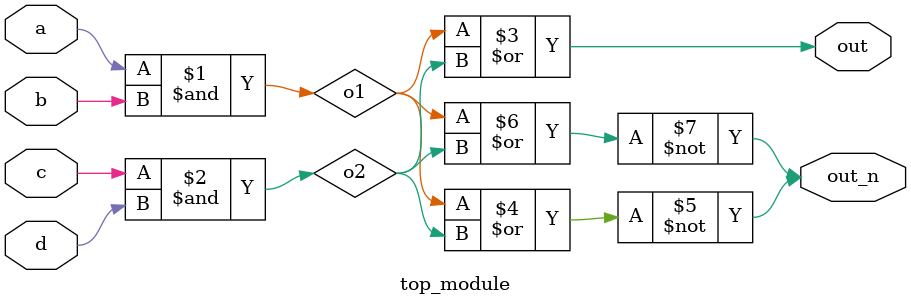
<source format=v>
module top_module(

            input a,

            input b,

            input c,

            input d,

            output out,

            output out_n   
); 
        wire o1 = a&b;
        wire o2 = c&d;

        assign out = o1|o2;
        assign out_n = ~(o1|o2);        
        assign out_n = ~(o1|o2);


endmodule

</source>
